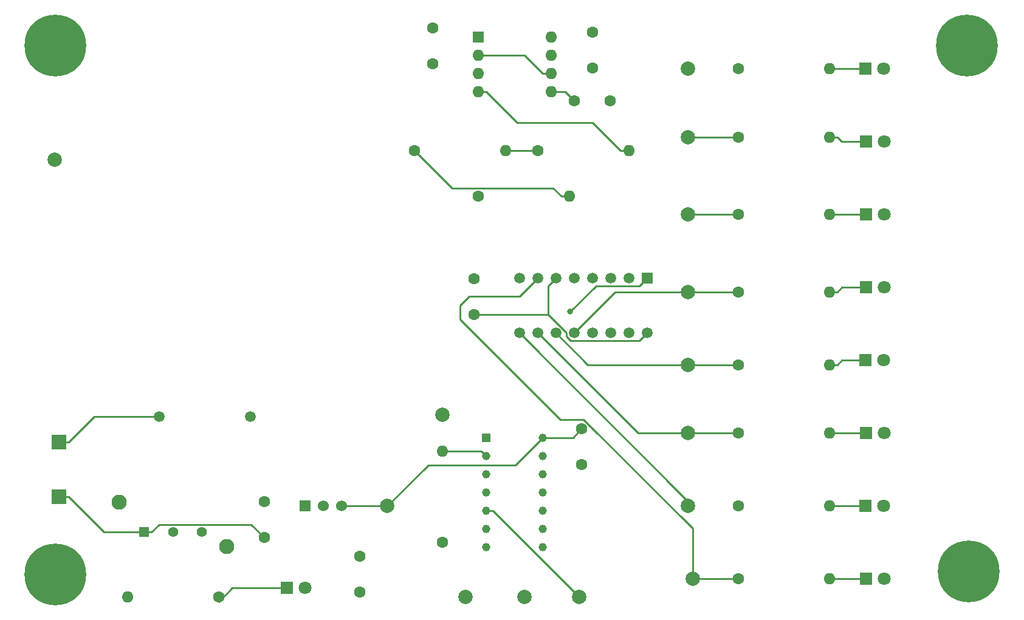
<source format=gtl>
%TF.GenerationSoftware,KiCad,Pcbnew,7.0.6*%
%TF.CreationDate,2024-11-05T16:19:31-08:00*%
%TF.ProjectId,LED-Driver,4c45442d-4472-4697-9665-722e6b696361,rev?*%
%TF.SameCoordinates,Original*%
%TF.FileFunction,Copper,L1,Top*%
%TF.FilePolarity,Positive*%
%FSLAX46Y46*%
G04 Gerber Fmt 4.6, Leading zero omitted, Abs format (unit mm)*
G04 Created by KiCad (PCBNEW 7.0.6) date 2024-11-05 16:19:31*
%MOMM*%
%LPD*%
G01*
G04 APERTURE LIST*
%TA.AperFunction,ComponentPad*%
%ADD10C,1.600000*%
%TD*%
%TA.AperFunction,ComponentPad*%
%ADD11R,1.170000X1.170000*%
%TD*%
%TA.AperFunction,ComponentPad*%
%ADD12C,1.170000*%
%TD*%
%TA.AperFunction,ComponentPad*%
%ADD13C,0.900000*%
%TD*%
%TA.AperFunction,ComponentPad*%
%ADD14C,8.600000*%
%TD*%
%TA.AperFunction,ComponentPad*%
%ADD15C,2.000000*%
%TD*%
%TA.AperFunction,ComponentPad*%
%ADD16C,1.500000*%
%TD*%
%TA.AperFunction,ComponentPad*%
%ADD17O,1.600000X1.600000*%
%TD*%
%TA.AperFunction,ComponentPad*%
%ADD18R,1.410000X1.410000*%
%TD*%
%TA.AperFunction,ComponentPad*%
%ADD19C,1.410000*%
%TD*%
%TA.AperFunction,ComponentPad*%
%ADD20C,2.103000*%
%TD*%
%TA.AperFunction,ComponentPad*%
%ADD21R,1.524000X1.524000*%
%TD*%
%TA.AperFunction,ComponentPad*%
%ADD22C,1.524000*%
%TD*%
%TA.AperFunction,ComponentPad*%
%ADD23R,1.800000X1.800000*%
%TD*%
%TA.AperFunction,ComponentPad*%
%ADD24C,1.800000*%
%TD*%
%TA.AperFunction,SMDPad,CuDef*%
%ADD25R,2.000000X2.000000*%
%TD*%
%TA.AperFunction,ComponentPad*%
%ADD26R,1.500000X1.500000*%
%TD*%
%TA.AperFunction,ComponentPad*%
%ADD27R,1.600000X1.600000*%
%TD*%
%TA.AperFunction,ViaPad*%
%ADD28C,0.800000*%
%TD*%
%TA.AperFunction,Conductor*%
%ADD29C,0.250000*%
%TD*%
G04 APERTURE END LIST*
D10*
%TO.P,C3,1*%
%TO.N,/Clock Generation/TandT*%
X134620000Y-58380000D03*
%TO.P,C3,2*%
%TO.N,GND*%
X134620000Y-53380000D03*
%TD*%
%TO.P,C2,1*%
%TO.N,Net-(C2-Pad1)*%
X111125000Y-124420000D03*
%TO.P,C2,2*%
%TO.N,GND*%
X111125000Y-119420000D03*
%TD*%
D11*
%TO.P,U3,1,1CLK*%
%TO.N,/Clock*%
X142035800Y-110490000D03*
D12*
%TO.P,U3,2,1CLR*%
%TO.N,Net-(U3-1CLR)*%
X142035800Y-113030000D03*
%TO.P,U3,3,1QA*%
%TO.N,unconnected-(U3-1QA-Pad3)*%
X142035800Y-115570000D03*
%TO.P,U3,4,1QB*%
%TO.N,/Counter/1QB*%
X142035800Y-118110000D03*
%TO.P,U3,5,1QC*%
%TO.N,/Counter/1QC*%
X142035800Y-120650000D03*
%TO.P,U3,6,1QD*%
%TO.N,/Counter/1QD*%
X142035800Y-123190000D03*
%TO.P,U3,7,GND*%
%TO.N,GND*%
X142035800Y-125730000D03*
%TO.P,U3,8,2QD*%
%TO.N,unconnected-(U3-2QD-Pad8)*%
X149975800Y-125730000D03*
%TO.P,U3,9,2QC*%
%TO.N,unconnected-(U3-2QC-Pad9)*%
X149975800Y-123190000D03*
%TO.P,U3,10,2QB*%
%TO.N,unconnected-(U3-2QB-Pad10)*%
X149975800Y-120650000D03*
%TO.P,U3,11,2QA*%
%TO.N,unconnected-(U3-2QA-Pad11)*%
X149975800Y-118110000D03*
%TO.P,U3,12,2CLR*%
%TO.N,unconnected-(U3-2CLR-Pad12)*%
X149975800Y-115570000D03*
%TO.P,U3,13,2CLK*%
%TO.N,unconnected-(U3-2CLK-Pad13)*%
X149975800Y-113030000D03*
%TO.P,U3,14,VCC*%
%TO.N,/Clock Generation/VCC*%
X149975800Y-110490000D03*
%TD*%
D10*
%TO.P,C4,1*%
%TO.N,/Clock Generation/VCC*%
X156845000Y-58975000D03*
%TO.P,C4,2*%
%TO.N,GND*%
X156845000Y-53975000D03*
%TD*%
D13*
%TO.P,H3,1*%
%TO.N,N/C*%
X78805800Y-129540000D03*
X79750381Y-127259581D03*
X79750381Y-131820419D03*
X82030800Y-126315000D03*
D14*
X82030800Y-129540000D03*
D13*
X82030800Y-132765000D03*
X84311219Y-127259581D03*
X84311219Y-131820419D03*
X85255800Y-129540000D03*
%TD*%
D15*
%TO.P,TP17,1,1*%
%TO.N,GND*%
X81915000Y-71755000D03*
%TD*%
%TO.P,TP5,1,1*%
%TO.N,/Clock*%
X136005800Y-107315000D03*
%TD*%
D16*
%TO.P,J1,1*%
%TO.N,Net-(J1-Pad1)*%
X96520000Y-107540000D03*
%TO.P,J1,2*%
%TO.N,GND*%
X109220000Y-107540000D03*
%TD*%
D13*
%TO.P,H1,1*%
%TO.N,N/C*%
X78805800Y-55830000D03*
X79750381Y-53549581D03*
X79750381Y-58110419D03*
X82030800Y-52605000D03*
D14*
X82030800Y-55830000D03*
D13*
X82030800Y-59055000D03*
X84311219Y-53549581D03*
X84311219Y-58110419D03*
X85255800Y-55830000D03*
%TD*%
D15*
%TO.P,TP9,1,1*%
%TO.N,/Decoder/LED0*%
X170180000Y-59055000D03*
%TD*%
D10*
%TO.P,R12,1*%
%TO.N,/Decoder/LED5*%
X177165000Y-109855000D03*
D17*
%TO.P,R12,2*%
%TO.N,Net-(D7-K)*%
X189865000Y-109855000D03*
%TD*%
D15*
%TO.P,TP16,1,1*%
%TO.N,/Decoder/LED7*%
X170815000Y-130175000D03*
%TD*%
D10*
%TO.P,R2,1*%
%TO.N,Net-(U2-DISC)*%
X132080000Y-70485000D03*
D17*
%TO.P,R2,2*%
%TO.N,/Clock Generation/VCC*%
X144780000Y-70485000D03*
%TD*%
D10*
%TO.P,C1,1*%
%TO.N,/Clock Generation/VCC*%
X124460000Y-127040000D03*
%TO.P,C1,2*%
%TO.N,GND*%
X124460000Y-132040000D03*
%TD*%
%TO.P,R10,1*%
%TO.N,/Decoder/LED3*%
X177165000Y-90170000D03*
D17*
%TO.P,R10,2*%
%TO.N,Net-(D5-K)*%
X189865000Y-90170000D03*
%TD*%
D15*
%TO.P,TP12,1,1*%
%TO.N,/Decoder/LED3*%
X170180000Y-90170000D03*
%TD*%
%TO.P,TP14,1,1*%
%TO.N,/Decoder/LED5*%
X170180000Y-109855000D03*
%TD*%
D18*
%TO.P,S1,1*%
%TO.N,Net-(C2-Pad1)*%
X94425000Y-123655000D03*
D19*
%TO.P,S1,2*%
%TO.N,Net-(J1-Pad1)*%
X98425000Y-123655000D03*
%TO.P,S1,3*%
%TO.N,unconnected-(S1-Pad3)*%
X102425000Y-123655000D03*
D20*
%TO.P,S1,S1,SHIELD*%
%TO.N,unconnected-(S1-SHIELD-PadS1)*%
X90925000Y-119455000D03*
%TO.P,S1,S2,SHIELD__1*%
%TO.N,unconnected-(S1-SHIELD__1-PadS2)*%
X105925000Y-125655000D03*
%TD*%
D21*
%TO.P,U1,1*%
%TO.N,Net-(C2-Pad1)*%
X116840000Y-120015000D03*
D22*
%TO.P,U1,2*%
%TO.N,GND*%
X119380000Y-120015000D03*
%TO.P,U1,3*%
%TO.N,/Clock Generation/VCC*%
X121920000Y-120015000D03*
%TD*%
D23*
%TO.P,D1,1,K*%
%TO.N,Net-(D1-K)*%
X114295000Y-131445000D03*
D24*
%TO.P,D1,2,A*%
%TO.N,/Clock Generation/VCC*%
X116835000Y-131445000D03*
%TD*%
D10*
%TO.P,R1,1*%
%TO.N,Net-(D1-K)*%
X104775000Y-132715000D03*
D17*
%TO.P,R1,2*%
%TO.N,GND*%
X92075000Y-132715000D03*
%TD*%
D25*
%TO.P,TP3,1,1*%
%TO.N,Net-(J1-Pad1)*%
X82550000Y-111125000D03*
%TD*%
D13*
%TO.P,H4,1*%
%TO.N,N/C*%
X206065400Y-129164600D03*
X207009981Y-126884181D03*
X207009981Y-131445019D03*
X209290400Y-125939600D03*
D14*
X209290400Y-129164600D03*
D13*
X209290400Y-132389600D03*
X211570819Y-126884181D03*
X211570819Y-131445019D03*
X212515400Y-129164600D03*
%TD*%
D15*
%TO.P,TP15,1,1*%
%TO.N,/Decoder/LED6*%
X170180000Y-120015000D03*
%TD*%
D13*
%TO.P,H2,1*%
%TO.N,N/C*%
X205805800Y-55830000D03*
X206750381Y-53549581D03*
X206750381Y-58110419D03*
X209030800Y-52605000D03*
D14*
X209030800Y-55830000D03*
D13*
X209030800Y-59055000D03*
X211311219Y-53549581D03*
X211311219Y-58110419D03*
X212255800Y-55830000D03*
%TD*%
D23*
%TO.P,D2,1,K*%
%TO.N,Net-(D2-K)*%
X194940000Y-59055000D03*
D24*
%TO.P,D2,2,A*%
%TO.N,/Clock Generation/VCC*%
X197480000Y-59055000D03*
%TD*%
D23*
%TO.P,D4,1,K*%
%TO.N,Net-(D4-K)*%
X194945000Y-79375000D03*
D24*
%TO.P,D4,2,A*%
%TO.N,/Clock Generation/VCC*%
X197485000Y-79375000D03*
%TD*%
D26*
%TO.P,U4,1,A0*%
%TO.N,/Counter/1QB*%
X164465000Y-88265000D03*
D16*
%TO.P,U4,2,A1*%
%TO.N,/Counter/1QC*%
X161925000Y-88265000D03*
%TO.P,U4,3,A2*%
%TO.N,/Counter/1QD*%
X159385000Y-88265000D03*
%TO.P,U4,4,E1_N*%
%TO.N,GND*%
X156845000Y-88265000D03*
%TO.P,U4,5,E2_N*%
X154305000Y-88265000D03*
%TO.P,U4,6,E3*%
%TO.N,/Clock Generation/VCC*%
X151765000Y-88265000D03*
%TO.P,U4,7,Y7_N*%
%TO.N,/Decoder/LED7*%
X149225000Y-88265000D03*
%TO.P,U4,8,GND*%
%TO.N,GND*%
X146685000Y-88265000D03*
%TO.P,U4,9,Y6_N*%
%TO.N,/Decoder/LED6*%
X146685000Y-95885000D03*
%TO.P,U4,10,Y5_N*%
%TO.N,/Decoder/LED5*%
X149225000Y-95885000D03*
%TO.P,U4,11,Y4_N*%
%TO.N,/Decoder/LED4*%
X151765000Y-95885000D03*
%TO.P,U4,12,Y3_N*%
%TO.N,/Decoder/LED3*%
X154305000Y-95885000D03*
%TO.P,U4,13,Y2_N*%
%TO.N,/Decoder/LED2*%
X156845000Y-95885000D03*
%TO.P,U4,14,Y1_N*%
%TO.N,/Decoder/LED1*%
X159385000Y-95885000D03*
%TO.P,U4,15,Y0_N*%
%TO.N,/Decoder/LED0*%
X161925000Y-95885000D03*
%TO.P,U4,16,VCC*%
%TO.N,/Clock Generation/VCC*%
X164465000Y-95885000D03*
%TD*%
D23*
%TO.P,D3,1,K*%
%TO.N,Net-(D3-K)*%
X194945000Y-69215000D03*
D24*
%TO.P,D3,2,A*%
%TO.N,/Clock Generation/VCC*%
X197485000Y-69215000D03*
%TD*%
D10*
%TO.P,R9,1*%
%TO.N,/Decoder/LED2*%
X177165000Y-79375000D03*
D17*
%TO.P,R9,2*%
%TO.N,Net-(D4-K)*%
X189865000Y-79375000D03*
%TD*%
D15*
%TO.P,TP13,1,1*%
%TO.N,/Decoder/LED4*%
X170180000Y-100330000D03*
%TD*%
D10*
%TO.P,C6,1*%
%TO.N,/Clock Generation/VCC*%
X155370800Y-109260000D03*
%TO.P,C6,2*%
%TO.N,GND*%
X155370800Y-114260000D03*
%TD*%
D23*
%TO.P,D5,1,K*%
%TO.N,Net-(D5-K)*%
X194945000Y-89535000D03*
D24*
%TO.P,D5,2,A*%
%TO.N,/Clock Generation/VCC*%
X197485000Y-89535000D03*
%TD*%
D10*
%TO.P,C5,1*%
%TO.N,Net-(U2-CNTR)*%
X154305000Y-63500000D03*
%TO.P,C5,2*%
%TO.N,GND*%
X159305000Y-63500000D03*
%TD*%
%TO.P,R8,1*%
%TO.N,/Decoder/LED1*%
X177165000Y-68580000D03*
D17*
%TO.P,R8,2*%
%TO.N,Net-(D3-K)*%
X189865000Y-68580000D03*
%TD*%
D15*
%TO.P,TP10,1,1*%
%TO.N,/Decoder/LED1*%
X170180000Y-68580000D03*
%TD*%
D23*
%TO.P,D9,1,K*%
%TO.N,Net-(D9-K)*%
X194945000Y-130175000D03*
D24*
%TO.P,D9,2,A*%
%TO.N,/Clock Generation/VCC*%
X197485000Y-130175000D03*
%TD*%
D15*
%TO.P,TP7,1,1*%
%TO.N,/Counter/1QD*%
X147435800Y-132715000D03*
%TD*%
D10*
%TO.P,R4,1*%
%TO.N,/Clock Generation/VCC*%
X149225000Y-70485000D03*
D17*
%TO.P,R4,2*%
%TO.N,Net-(U2-RST)*%
X161925000Y-70485000D03*
%TD*%
D10*
%TO.P,R6,1*%
%TO.N,GND*%
X136005800Y-125095000D03*
D17*
%TO.P,R6,2*%
%TO.N,Net-(U3-1CLR)*%
X136005800Y-112395000D03*
%TD*%
D15*
%TO.P,TP8,1,1*%
%TO.N,/Counter/1QC*%
X155055800Y-132715000D03*
%TD*%
D10*
%TO.P,R14,1*%
%TO.N,/Decoder/LED7*%
X177165000Y-130175000D03*
D17*
%TO.P,R14,2*%
%TO.N,Net-(D9-K)*%
X189865000Y-130175000D03*
%TD*%
D23*
%TO.P,D8,1,K*%
%TO.N,Net-(D8-K)*%
X194940000Y-120015000D03*
D24*
%TO.P,D8,2,A*%
%TO.N,/Clock Generation/VCC*%
X197480000Y-120015000D03*
%TD*%
D25*
%TO.P,TP1,1,1*%
%TO.N,Net-(C2-Pad1)*%
X82550000Y-118745000D03*
%TD*%
D27*
%TO.P,U2,1,GND*%
%TO.N,GND*%
X140950000Y-54620000D03*
D17*
%TO.P,U2,2,TRG*%
%TO.N,/Clock Generation/TandT*%
X140950000Y-57160000D03*
%TO.P,U2,3,OUTPUT*%
%TO.N,/Clock*%
X140950000Y-59700000D03*
%TO.P,U2,4,RST*%
%TO.N,Net-(U2-RST)*%
X140950000Y-62240000D03*
%TO.P,U2,5,CNTR*%
%TO.N,Net-(U2-CNTR)*%
X151110000Y-62240000D03*
%TO.P,U2,6,TRH*%
%TO.N,/Clock Generation/TandT*%
X151110000Y-59700000D03*
%TO.P,U2,7,DISC*%
%TO.N,Net-(U2-DISC)*%
X151110000Y-57160000D03*
%TO.P,U2,8,V+*%
%TO.N,/Clock Generation/VCC*%
X151110000Y-54620000D03*
%TD*%
D10*
%TO.P,C7,1*%
%TO.N,/Clock Generation/VCC*%
X140335000Y-93305000D03*
%TO.P,C7,2*%
%TO.N,GND*%
X140335000Y-88305000D03*
%TD*%
D15*
%TO.P,TP6,1,1*%
%TO.N,/Counter/1QB*%
X139180800Y-132715000D03*
%TD*%
%TO.P,TP11,1,1*%
%TO.N,/Decoder/LED2*%
X170180000Y-79375000D03*
%TD*%
%TO.P,TP2,1,1*%
%TO.N,/Clock Generation/VCC*%
X128270000Y-120015000D03*
%TD*%
D10*
%TO.P,R7,1*%
%TO.N,/Decoder/LED0*%
X177165000Y-59055000D03*
D17*
%TO.P,R7,2*%
%TO.N,Net-(D2-K)*%
X189865000Y-59055000D03*
%TD*%
D10*
%TO.P,R13,1*%
%TO.N,/Decoder/LED6*%
X177165000Y-120015000D03*
D17*
%TO.P,R13,2*%
%TO.N,Net-(D8-K)*%
X189865000Y-120015000D03*
%TD*%
D10*
%TO.P,R11,1*%
%TO.N,/Decoder/LED4*%
X177165000Y-100330000D03*
D17*
%TO.P,R11,2*%
%TO.N,Net-(D6-K)*%
X189865000Y-100330000D03*
%TD*%
D23*
%TO.P,D7,1,K*%
%TO.N,Net-(D7-K)*%
X194945000Y-109855000D03*
D24*
%TO.P,D7,2,A*%
%TO.N,/Clock Generation/VCC*%
X197485000Y-109855000D03*
%TD*%
D10*
%TO.P,R3,1*%
%TO.N,/Clock Generation/TandT*%
X140970000Y-76835000D03*
D17*
%TO.P,R3,2*%
%TO.N,Net-(U2-DISC)*%
X153670000Y-76835000D03*
%TD*%
D23*
%TO.P,D6,1,K*%
%TO.N,Net-(D6-K)*%
X194940000Y-99695000D03*
D24*
%TO.P,D6,2,A*%
%TO.N,/Clock Generation/VCC*%
X197480000Y-99695000D03*
%TD*%
D28*
%TO.N,/Counter/1QB*%
X153789200Y-92927200D03*
%TD*%
D29*
%TO.N,/Counter/1QB*%
X163388100Y-89341900D02*
X164465000Y-88265000D01*
X157374500Y-89341900D02*
X163388100Y-89341900D01*
X153789200Y-92927200D02*
X157374500Y-89341900D01*
%TO.N,/Decoder/LED7*%
X139700000Y-90805000D02*
X146685000Y-90805000D01*
X138430000Y-92075000D02*
X139700000Y-90805000D01*
X152386400Y-107936400D02*
X138430000Y-93980000D01*
X155647000Y-107936400D02*
X152386400Y-107936400D01*
X146685000Y-90805000D02*
X149225000Y-88265000D01*
X170815000Y-123104400D02*
X155647000Y-107936400D01*
X170815000Y-130175000D02*
X170815000Y-123104400D01*
X138430000Y-93980000D02*
X138430000Y-92075000D01*
%TO.N,Net-(C2-Pad1)*%
X96491500Y-122620400D02*
X109325400Y-122620400D01*
X95456900Y-123655000D02*
X96491500Y-122620400D01*
X94425000Y-123655000D02*
X88786900Y-123655000D01*
X88786900Y-123655000D02*
X83876900Y-118745000D01*
X109325400Y-122620400D02*
X111125000Y-124420000D01*
X82550000Y-118745000D02*
X83876900Y-118745000D01*
X94425000Y-123655000D02*
X95456900Y-123655000D01*
%TO.N,Net-(D1-K)*%
X106680000Y-131445000D02*
X104775000Y-133350000D01*
X114295000Y-131445000D02*
X106680000Y-131445000D01*
%TO.N,Net-(J1-Pad1)*%
X82550000Y-111125000D02*
X83876900Y-111125000D01*
X83876900Y-111125000D02*
X87461900Y-107540000D01*
X87461900Y-107540000D02*
X96520000Y-107540000D01*
%TO.N,/Clock Generation/TandT*%
X149983100Y-59700000D02*
X147443100Y-57160000D01*
X147443100Y-57160000D02*
X140950000Y-57160000D01*
X151110000Y-59700000D02*
X149983100Y-59700000D01*
%TO.N,/Clock Generation/VCC*%
X153847900Y-96965800D02*
X163384200Y-96965800D01*
X154140800Y-110490000D02*
X149975800Y-110490000D01*
X150709000Y-93305000D02*
X150709000Y-89321000D01*
X133985000Y-114300000D02*
X128270000Y-120015000D01*
X140335000Y-93305000D02*
X150709000Y-93305000D01*
X163384200Y-96965800D02*
X164465000Y-95885000D01*
X150709000Y-93305000D02*
X153228100Y-95824100D01*
X153228100Y-96346000D02*
X153847900Y-96965800D01*
X153228100Y-95824100D02*
X153228100Y-96346000D01*
X149225000Y-70485000D02*
X144780000Y-70485000D01*
X150709000Y-89321000D02*
X151765000Y-88265000D01*
X146165800Y-114300000D02*
X133985000Y-114300000D01*
X149975800Y-110490000D02*
X146165800Y-114300000D01*
X155370800Y-109260000D02*
X154140800Y-110490000D01*
X121920000Y-120015000D02*
X128270000Y-120015000D01*
%TO.N,Net-(U2-CNTR)*%
X153045000Y-62240000D02*
X154305000Y-63500000D01*
X151110000Y-62240000D02*
X153045000Y-62240000D01*
%TO.N,Net-(U2-DISC)*%
X151416200Y-75708100D02*
X137303100Y-75708100D01*
X137303100Y-75708100D02*
X132080000Y-70485000D01*
X152543100Y-76835000D02*
X151416200Y-75708100D01*
X153670000Y-76835000D02*
X152543100Y-76835000D01*
%TO.N,Net-(U2-RST)*%
X142076900Y-62240000D02*
X146397500Y-66560600D01*
X146397500Y-66560600D02*
X156873700Y-66560600D01*
X140950000Y-62240000D02*
X142076900Y-62240000D01*
X156873700Y-66560600D02*
X160798100Y-70485000D01*
X161925000Y-70485000D02*
X160798100Y-70485000D01*
%TO.N,Net-(D2-K)*%
X194940000Y-59055000D02*
X189865000Y-59055000D01*
%TO.N,Net-(D3-K)*%
X194945000Y-69215000D02*
X191626900Y-69215000D01*
X191626900Y-69215000D02*
X190991900Y-68580000D01*
X189865000Y-68580000D02*
X190991900Y-68580000D01*
%TO.N,Net-(D4-K)*%
X194945000Y-79375000D02*
X189865000Y-79375000D01*
%TO.N,Net-(D5-K)*%
X194945000Y-89535000D02*
X191626900Y-89535000D01*
X191626900Y-89535000D02*
X190991900Y-90170000D01*
X189865000Y-90170000D02*
X190991900Y-90170000D01*
%TO.N,Net-(D6-K)*%
X194940000Y-99695000D02*
X191626900Y-99695000D01*
X191626900Y-99695000D02*
X190991900Y-100330000D01*
X189865000Y-100330000D02*
X190991900Y-100330000D01*
%TO.N,Net-(D7-K)*%
X194945000Y-109855000D02*
X189865000Y-109855000D01*
%TO.N,Net-(D8-K)*%
X194940000Y-120015000D02*
X189865000Y-120015000D01*
%TO.N,Net-(D9-K)*%
X194945000Y-130175000D02*
X189865000Y-130175000D01*
%TO.N,Net-(U3-1CLR)*%
X136005800Y-112395000D02*
X141400800Y-112395000D01*
X141400800Y-112395000D02*
X142035800Y-113030000D01*
%TO.N,/Counter/1QC*%
X155055800Y-132715000D02*
X142990800Y-120650000D01*
X142990800Y-120650000D02*
X142035800Y-120650000D01*
%TO.N,/Decoder/LED7*%
X170815000Y-130175000D02*
X177165000Y-130175000D01*
%TO.N,/Decoder/LED6*%
X170180000Y-119380000D02*
X170180000Y-120015000D01*
X146685000Y-95885000D02*
X170180000Y-119380000D01*
%TO.N,/Decoder/LED5*%
X163195000Y-109855000D02*
X170180000Y-109855000D01*
X177165000Y-109855000D02*
X170180000Y-109855000D01*
X149225000Y-95885000D02*
X163195000Y-109855000D01*
%TO.N,/Decoder/LED4*%
X151765000Y-95885000D02*
X156210000Y-100330000D01*
X156210000Y-100330000D02*
X170180000Y-100330000D01*
X170180000Y-100330000D02*
X177165000Y-100330000D01*
%TO.N,/Decoder/LED3*%
X154305000Y-95885000D02*
X160020000Y-90170000D01*
X160020000Y-90170000D02*
X170180000Y-90170000D01*
X177165000Y-90170000D02*
X170180000Y-90170000D01*
%TO.N,/Decoder/LED2*%
X177165000Y-79375000D02*
X170180000Y-79375000D01*
%TO.N,/Decoder/LED1*%
X177165000Y-68580000D02*
X170180000Y-68580000D01*
%TD*%
M02*

</source>
